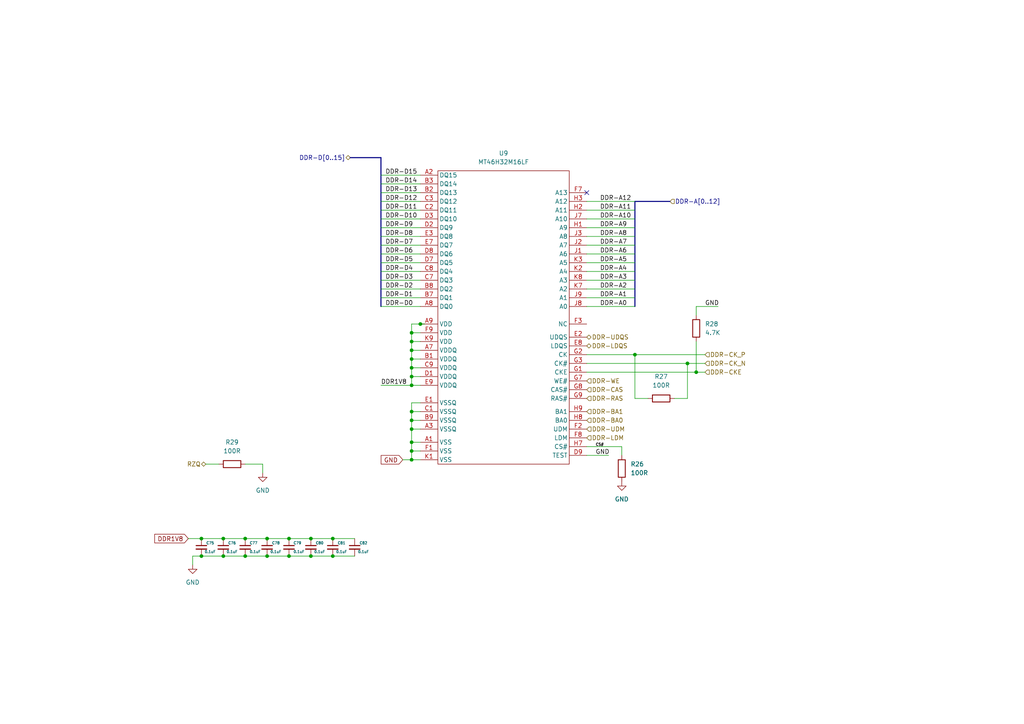
<source format=kicad_sch>
(kicad_sch (version 20230121) (generator eeschema)
  (paper "A4")
  (lib_symbols
    (symbol "saturn:C_Small" (pin_numbers hide) (pin_names (offset 0.254) hide)
      (property "Reference" "C6" (at 2.54 1.2638 0))
      (property "Value" "C_Small" (at 2.54 -1.2762 0))
      (symbol "C_Small_0_1"
        (polyline (pts (xy -1.524 -0.508) (xy 1.524 -0.508)) (stroke (width 0.3302)))
        (polyline (pts (xy -1.524 0.508) (xy 1.524 0.508)) (stroke (width 0.3048)))
      )
      (symbol "C_Small_1_1"
        (pin passive line (at 0 2.54 270) (length 2.032) (name "~") (number "1"))
        (pin passive line (at 0 -2.54 90) (length 2.032) (name "~") (number "2"))
      )
    )
    (symbol "saturn:GND" (power) (pin_names (offset 0))
      (property "Value" "GND" (at 0 -3.81 0))
      (symbol "GND_0_1"
        (polyline (pts (xy 0 0) (xy 0 -1.27) (xy 1.27 -1.27) (xy 0 -2.54) (xy -1.27 -1.27) (xy 0 -1.27)))
      )
      (symbol "GND_1_1"
        (pin power_in line (at 0 0 270) (length 0) hide (name "GND") (number "1"))
      )
    )
    (symbol "saturn:MT46H32M16LF"
      (property "Reference" "U" (at 0 0 0))
      (property "Value" "MT46H32M16LF" (at 0 -64.77 0))
      (symbol "MT46H32M16LF_0_1"
        (rectangle (start -19.05 24.13) (end 19.05 -60.96))
      )
      (symbol "MT46H32M16LF_1_1"
        (pin passive line (at -24.13 -54.61 0) (length 5) (name "VSS") (number "A1"))
        (pin bidirectional line (at -24.13 22.86 0) (length 5) (name "DQ15") (number "A2"))
        (pin passive line (at -24.13 -50.8 0) (length 5) (name "VSSQ") (number "A3"))
        (pin passive line (at -24.13 -27.94 0) (length 5) (name "VDDQ") (number "A7"))
        (pin bidirectional line (at -24.13 -15.24 0) (length 5) (name "DQ0") (number "A8"))
        (pin passive line (at -24.13 -20.32 0) (length 5) (name "VDD") (number "A9"))
        (pin passive line (at -24.13 -30.48 0) (length 5) (name "VDDQ") (number "B1"))
        (pin bidirectional line (at -24.13 17.78 0) (length 5) (name "DQ13") (number "B2"))
        (pin bidirectional line (at -24.13 20.32 0) (length 5) (name "DQ14") (number "B3"))
        (pin bidirectional line (at -24.13 -12.7 0) (length 5) (name "DQ1") (number "B7"))
        (pin bidirectional line (at -24.13 -10.16 0) (length 5) (name "DQ2") (number "B8"))
        (pin passive line (at -24.13 -48.26 0) (length 5) (name "VSSQ") (number "B9"))
        (pin passive line (at -24.13 -45.72 0) (length 5) (name "VSSQ") (number "C1"))
        (pin bidirectional line (at -24.13 12.7 0) (length 5) (name "DQ11") (number "C2"))
        (pin bidirectional line (at -24.13 15.24 0) (length 5) (name "DQ12") (number "C3"))
        (pin bidirectional line (at -24.13 -7.62 0) (length 5) (name "DQ3") (number "C7"))
        (pin bidirectional line (at -24.13 -5.08 0) (length 5) (name "DQ4") (number "C8"))
        (pin passive line (at -24.13 -33.02 0) (length 5) (name "VDDQ") (number "C9"))
        (pin passive line (at -24.13 -35.56 0) (length 5) (name "VDDQ") (number "D1"))
        (pin bidirectional line (at -24.13 7.62 0) (length 5) (name "DQ9") (number "D2"))
        (pin bidirectional line (at -24.13 10.16 0) (length 5) (name "DQ10") (number "D3"))
        (pin bidirectional line (at -24.13 -2.54 0) (length 5) (name "DQ5") (number "D7"))
        (pin bidirectional line (at -24.13 0 0) (length 5) (name "DQ6") (number "D8"))
        (pin passive line (at 24.13 -58.42 180) (length 5) (name "TEST") (number "D9"))
        (pin passive line (at -24.13 -43.18 0) (length 5) (name "VSSQ") (number "E1"))
        (pin bidirectional line (at 24.13 -24.13 180) (length 5) (name "UDQS") (number "E2"))
        (pin bidirectional line (at -24.13 5.08 0) (length 5) (name "DQ8") (number "E3"))
        (pin bidirectional line (at -24.13 2.54 0) (length 5) (name "DQ7") (number "E7"))
        (pin bidirectional line (at 24.13 -26.67 180) (length 5) (name "LDQS") (number "E8"))
        (pin passive line (at -24.13 -38.1 0) (length 5) (name "VDDQ") (number "E9"))
        (pin passive line (at -24.13 -57.15 0) (length 5) (name "VSS") (number "F1"))
        (pin input line (at 24.13 -50.8 180) (length 5) (name "UDM") (number "F2"))
        (pin free line (at 24.13 -20.32 180) (length 5) (name "NC") (number "F3"))
        (pin passive line (at 24.13 17.78 180) (length 5) (name "A13") (number "F7"))
        (pin input line (at 24.13 -53.34 180) (length 5) (name "LDM") (number "F8"))
        (pin passive line (at -24.13 -22.86 0) (length 5) (name "VDD") (number "F9"))
        (pin input line (at 24.13 -34.29 180) (length 5) (name "CKE") (number "G1"))
        (pin input line (at 24.13 -29.21 180) (length 5) (name "CK") (number "G2"))
        (pin input line (at 24.13 -31.75 180) (length 5) (name "CK#") (number "G3"))
        (pin input line (at 24.13 -36.83 180) (length 5) (name "WE#") (number "G7"))
        (pin input line (at 24.13 -39.37 180) (length 5) (name "CAS#") (number "G8"))
        (pin input line (at 24.13 -41.91 180) (length 5) (name "RAS#") (number "G9"))
        (pin input line (at 24.13 7.62 180) (length 5) (name "A9") (number "H1"))
        (pin input line (at 24.13 12.7 180) (length 5) (name "A11") (number "H2"))
        (pin input line (at 24.13 15.24 180) (length 5) (name "A12") (number "H3"))
        (pin passive line (at 24.13 -55.88 180) (length 5) (name "CS#") (number "H7"))
        (pin input line (at 24.13 -48.26 180) (length 5) (name "BA0") (number "H8"))
        (pin input line (at 24.13 -45.72 180) (length 5) (name "BA1") (number "H9"))
        (pin input line (at 24.13 0 180) (length 5) (name "A6") (number "J1"))
        (pin input line (at 24.13 2.54 180) (length 5) (name "A7") (number "J2"))
        (pin input line (at 24.13 5.08 180) (length 5) (name "A8") (number "J3"))
        (pin input line (at 24.13 10.16 180) (length 5) (name "A10") (number "J7"))
        (pin input line (at 24.13 -15.24 180) (length 5) (name "A0") (number "J8"))
        (pin input line (at 24.13 -12.7 180) (length 5) (name "A1") (number "J9"))
        (pin passive line (at -24.13 -59.69 0) (length 5) (name "VSS") (number "K1"))
        (pin input line (at 24.13 -5.08 180) (length 5) (name "A4") (number "K2"))
        (pin input line (at 24.13 -2.54 180) (length 5) (name "A5") (number "K3"))
        (pin input line (at 24.13 -10.16 180) (length 5) (name "A2") (number "K7"))
        (pin input line (at 24.13 -7.62 180) (length 5) (name "A3") (number "K8"))
        (pin passive line (at -24.13 -25.4 0) (length 5) (name "VDD") (number "K9"))
      )
    )
    (symbol "saturn:R" (pin_numbers hide) (pin_names (offset 0))
      (property "Reference" "R" (at 2.032 0 90))
      (property "Value" "R" (at 0 0 90))
      (symbol "R_0_1"
        (rectangle (start -1.016 -2.54) (end 1.016 2.54) (stroke (width 0.254)))
      )
      (symbol "R_1_1"
        (pin passive line (at 0 3.81 270) (length 1.27) (name "~") (number "1"))
        (pin passive line (at 0 -3.81 90) (length 1.27) (name "~") (number "2"))
      )
    )
  )
  (junction (at 119.38 104.14))
  (junction (at 58.42 156.21))
  (junction (at 121.92 93.98))
  (junction (at 119.38 128.27))
  (junction (at 83.82 161.29))
  (junction (at 119.38 106.68))
  (junction (at 96.52 161.29))
  (junction (at 64.77 161.29))
  (junction (at 90.17 156.21))
  (junction (at 119.38 124.46))
  (junction (at 119.38 111.76))
  (junction (at 119.38 119.38))
  (junction (at 199.39 105.41))
  (junction (at 119.38 109.22))
  (junction (at 119.38 101.6))
  (junction (at 90.17 161.29))
  (junction (at 71.12 156.21))
  (junction (at 184.15 102.87))
  (junction (at 96.52 156.21))
  (junction (at 58.42 161.29))
  (junction (at 64.77 156.21))
  (junction (at 119.38 121.92))
  (junction (at 201.93 107.95))
  (junction (at 119.38 133.35))
  (junction (at 71.12 161.29))
  (junction (at 77.47 161.29))
  (junction (at 77.47 156.21))
  (junction (at 83.82 156.21))
  (junction (at 119.38 96.52))
  (junction (at 119.38 130.81))
  (junction (at 119.38 99.06))
  (no_connect (at 170.18 55.88))
  (wire (pts (xy 76.2 134.62) (xy 76.2 137.16)))
  (wire (pts (xy 110.49 58.42) (xy 121.92 58.42)))
  (wire (pts (xy 119.38 111.76) (xy 121.92 111.76)))
  (wire (pts (xy 96.52 161.29) (xy 102.87 161.29)))
  (wire (pts (xy 119.38 130.81) (xy 121.92 130.81)))
  (wire (pts (xy 119.38 101.6) (xy 121.92 101.6)))
  (wire (pts (xy 180.34 132.08) (xy 180.34 129.54)))
  (wire (pts (xy 119.38 104.14) (xy 119.38 106.68)))
  (wire (pts (xy 119.38 109.22) (xy 119.38 111.76)))
  (wire (pts (xy 187.96 115.57) (xy 184.15 115.57)))
  (wire (pts (xy 121.92 93.98) (xy 119.38 93.98)))
  (bus (pts (xy 184.15 58.42) (xy 194.31 58.42)))
  (bus (pts (xy 184.15 88.9) (xy 184.15 58.42)))
  (wire (pts (xy 110.49 50.8) (xy 121.92 50.8)))
  (wire (pts (xy 121.92 116.84) (xy 119.38 116.84)))
  (wire (pts (xy 77.47 156.21) (xy 83.82 156.21)))
  (wire (pts (xy 170.18 60.96) (xy 184.15 60.96)))
  (wire (pts (xy 119.38 119.38) (xy 119.38 121.92)))
  (wire (pts (xy 119.38 99.06) (xy 119.38 101.6)))
  (wire (pts (xy 58.42 161.29) (xy 64.77 161.29)))
  (wire (pts (xy 170.18 107.95) (xy 201.93 107.95)))
  (wire (pts (xy 170.18 58.42) (xy 184.15 58.42)))
  (wire (pts (xy 170.18 86.36) (xy 184.15 86.36)))
  (wire (pts (xy 180.34 129.54) (xy 170.18 129.54)))
  (wire (pts (xy 59.69 134.62) (xy 63.5 134.62)))
  (wire (pts (xy 170.18 76.2) (xy 184.15 76.2)))
  (wire (pts (xy 170.18 63.5) (xy 184.15 63.5)))
  (wire (pts (xy 119.38 109.22) (xy 121.92 109.22)))
  (wire (pts (xy 110.49 86.36) (xy 121.92 86.36)))
  (wire (pts (xy 170.18 102.87) (xy 184.15 102.87)))
  (wire (pts (xy 170.18 88.9) (xy 184.15 88.9)))
  (wire (pts (xy 123.19 93.98) (xy 121.92 93.98)))
  (wire (pts (xy 201.93 99.06) (xy 201.93 107.95)))
  (wire (pts (xy 170.18 71.12) (xy 184.15 71.12)))
  (wire (pts (xy 170.18 73.66) (xy 184.15 73.66)))
  (wire (pts (xy 55.88 161.29) (xy 55.88 163.83)))
  (wire (pts (xy 110.49 53.34) (xy 121.92 53.34)))
  (wire (pts (xy 119.38 96.52) (xy 119.38 99.06)))
  (wire (pts (xy 110.49 71.12) (xy 121.92 71.12)))
  (wire (pts (xy 170.18 68.58) (xy 184.15 68.58)))
  (wire (pts (xy 71.12 161.29) (xy 77.47 161.29)))
  (wire (pts (xy 170.18 66.04) (xy 184.15 66.04)))
  (wire (pts (xy 119.38 121.92) (xy 119.38 124.46)))
  (wire (pts (xy 110.49 83.82) (xy 121.92 83.82)))
  (wire (pts (xy 199.39 105.41) (xy 204.47 105.41)))
  (wire (pts (xy 71.12 134.62) (xy 76.2 134.62)))
  (wire (pts (xy 77.47 161.29) (xy 83.82 161.29)))
  (wire (pts (xy 170.18 132.08) (xy 176.53 132.08)))
  (bus (pts (xy 110.49 45.72) (xy 110.49 88.9)))
  (wire (pts (xy 170.18 81.28) (xy 184.15 81.28)))
  (wire (pts (xy 199.39 115.57) (xy 199.39 105.41)))
  (wire (pts (xy 119.38 96.52) (xy 121.92 96.52)))
  (wire (pts (xy 90.17 156.21) (xy 96.52 156.21)))
  (wire (pts (xy 201.93 88.9) (xy 208.28 88.9)))
  (wire (pts (xy 110.49 111.76) (xy 119.38 111.76)))
  (wire (pts (xy 170.18 105.41) (xy 199.39 105.41)))
  (wire (pts (xy 184.15 102.87) (xy 204.47 102.87)))
  (wire (pts (xy 195.58 115.57) (xy 199.39 115.57)))
  (wire (pts (xy 184.15 115.57) (xy 184.15 102.87)))
  (wire (pts (xy 110.49 55.88) (xy 121.92 55.88)))
  (wire (pts (xy 119.38 133.35) (xy 121.92 133.35)))
  (wire (pts (xy 119.38 119.38) (xy 121.92 119.38)))
  (wire (pts (xy 119.38 124.46) (xy 119.38 128.27)))
  (wire (pts (xy 110.49 78.74) (xy 121.92 78.74)))
  (wire (pts (xy 170.18 83.82) (xy 184.15 83.82)))
  (wire (pts (xy 83.82 156.21) (xy 90.17 156.21)))
  (wire (pts (xy 110.49 88.9) (xy 121.92 88.9)))
  (wire (pts (xy 119.38 128.27) (xy 121.92 128.27)))
  (wire (pts (xy 83.82 161.29) (xy 90.17 161.29)))
  (wire (pts (xy 119.38 121.92) (xy 121.92 121.92)))
  (bus (pts (xy 101.6 45.72) (xy 110.49 45.72)))
  (wire (pts (xy 71.12 156.21) (xy 77.47 156.21)))
  (wire (pts (xy 119.38 104.14) (xy 121.92 104.14)))
  (wire (pts (xy 170.18 78.74) (xy 184.15 78.74)))
  (wire (pts (xy 119.38 99.06) (xy 121.92 99.06)))
  (wire (pts (xy 64.77 161.29) (xy 71.12 161.29)))
  (wire (pts (xy 110.49 63.5) (xy 121.92 63.5)))
  (wire (pts (xy 110.49 81.28) (xy 121.92 81.28)))
  (wire (pts (xy 96.52 156.21) (xy 102.87 156.21)))
  (wire (pts (xy 119.38 124.46) (xy 121.92 124.46)))
  (wire (pts (xy 58.42 161.29) (xy 55.88 161.29)))
  (wire (pts (xy 201.93 91.44) (xy 201.93 88.9)))
  (wire (pts (xy 119.38 130.81) (xy 119.38 133.35)))
  (wire (pts (xy 119.38 101.6) (xy 119.38 104.14)))
  (wire (pts (xy 90.17 161.29) (xy 96.52 161.29)))
  (wire (pts (xy 110.49 68.58) (xy 121.92 68.58)))
  (wire (pts (xy 116.84 133.35) (xy 119.38 133.35)))
  (wire (pts (xy 119.38 116.84) (xy 119.38 119.38)))
  (wire (pts (xy 119.38 93.98) (xy 119.38 96.52)))
  (wire (pts (xy 119.38 106.68) (xy 119.38 109.22)))
  (wire (pts (xy 201.93 107.95) (xy 204.47 107.95)))
  (wire (pts (xy 119.38 128.27) (xy 119.38 130.81)))
  (wire (pts (xy 110.49 66.04) (xy 121.92 66.04)))
  (wire (pts (xy 54.61 156.21) (xy 58.42 156.21)))
  (wire (pts (xy 119.38 106.68) (xy 121.92 106.68)))
  (wire (pts (xy 58.42 156.21) (xy 64.77 156.21)))
  (wire (pts (xy 64.77 156.21) (xy 71.12 156.21)))
  (wire (pts (xy 110.49 73.66) (xy 121.92 73.66)))
  (wire (pts (xy 110.49 76.2) (xy 121.92 76.2)))
  (wire (pts (xy 110.49 60.96) (xy 121.92 60.96)))
  (label "DDR-D1" (at 111.76 86.36 0))
  (label "DDR-A1" (at 173.99 86.36 0))
  (label "DDR-A0" (at 173.99 88.9 0))
  (label "DDR-A10" (at 173.99 63.5 0))
  (label "DDR-A6" (at 173.99 73.66 0))
  (label "GND" (at 204.47 88.9 0))
  (label "DDR-A11" (at 173.99 60.96 0))
  (label "DDR-A4" (at 173.99 78.74 0))
  (label "DDR-D5" (at 111.76 76.2 0))
  (label "DDR-A7" (at 173.99 71.12 0))
  (label "DDR-A12" (at 173.99 58.42 0))
  (label "DDR-D9" (at 111.76 66.04 0))
  (label "DDR-D3" (at 111.76 81.28 0))
  (label "CS#" (at 172.72 129.54 0) (effects (font (size 0.762 0.762))))
  (label "DDR-A9" (at 173.99 66.04 0))
  (label "DDR-A8" (at 173.99 68.58 0))
  (label "DDR-D13" (at 111.76 55.88 0))
  (label "DDR1V8" (at 110.49 111.76 0))
  (label "DDR-D4" (at 111.76 78.74 0))
  (label "DDR-A3" (at 173.99 81.28 0))
  (label "DDR-D12" (at 111.76 58.42 0))
  (label "DDR-D10" (at 111.76 63.5 0))
  (label "GND" (at 172.72 132.08 0))
  (label "DDR-D2" (at 111.76 83.82 0))
  (label "DDR-D8" (at 111.76 68.58 0))
  (label "DDR-D11" (at 111.76 60.96 0))
  (label "DDR-D0" (at 111.76 88.9 0))
  (label "DDR-D15" (at 111.76 50.8 0))
  (label "DDR-D14" (at 111.76 53.34 0))
  (label "DDR-D6" (at 111.76 73.66 0))
  (label "DDR-A5" (at 173.99 76.2 0))
  (label "DDR-A2" (at 173.99 83.82 0))
  (label "DDR-D7" (at 111.76 71.12 0))
  (global_label "DDR1V8" (shape input) (at 54.61 156.21 180) (property "Intersheetrefs" "${INTERSHEET_REFS}" (effects hide)))
  (global_label "GND" (shape input) (at 116.84 133.35 180) (property "Intersheetrefs" "${INTERSHEET_REFS}" (effects hide)))
  (hierarchical_label "DDR-CK_N" (shape input) (at 204.47 105.41 0))
  (hierarchical_label "DDR-BA1" (shape input) (at 170.18 119.38 0))
  (hierarchical_label "DDR-LDQS" (shape bidirectional) (at 170.18 100.33 0))
  (hierarchical_label "DDR-WE" (shape input) (at 170.18 110.49 0))
  (hierarchical_label "RZQ" (shape bidirectional) (at 59.69 134.62 180))
  (hierarchical_label "DDR-CKE" (shape input) (at 204.47 107.95 0))
  (hierarchical_label "DDR-UDQS" (shape bidirectional) (at 170.18 97.79 0))
  (hierarchical_label "DDR-CK_P" (shape input) (at 204.47 102.87 0))
  (hierarchical_label "DDR-A[0..12]" (shape input) (at 194.31 58.42 0))
  (hierarchical_label "DDR-LDM" (shape input) (at 170.18 127 0))
  (hierarchical_label "DDR-D[0..15]" (shape bidirectional) (at 101.6 45.72 180))
  (hierarchical_label "DDR-CAS" (shape input) (at 170.18 113.03 0))
  (hierarchical_label "DDR-BA0" (shape input) (at 170.18 121.92 0))
  (hierarchical_label "DDR-RAS" (shape input) (at 170.18 115.57 0))
  (hierarchical_label "DDR-UDM" (shape input) (at 170.18 124.46 0))
  (symbol (lib_id "saturn:MT46H32M16LF") (at 146.05 73.66 0) (unit 1)
    (property "Reference" "U9" (at 146.05 44.45 0))
    (property "Value" "MT46H32M16LF" (at 146.05 46.99 0))
    (property "Footprint" "saturn:MT46H32M16LF" (effects hide))
    (property "Datasheet" "https://mm.digikey.com/Volume0/opasdata/d220001/medias/docus/402/MT46H32M16LF%2CMT46H16M32LF%28LG%29.pdf" (effects hide))
    (property "Description" "IC DRAM 512MBIT PAR 60VFBGA" (effects hide))
    (property "Manufacturer#" "MT46H32M16LFBF-5 IT:C" (effects hide))
    (property "Supplier" "DigiKey" (effects hide))
    (property "Manufacturer" "Micron Technology Inc." (effects hide))
  )
  (symbol (lib_id "saturn:R") (at 201.93 95.25 0) (unit 1)
    (property "Reference" "R28" (at 204.47 93.9799 0) (effects (justify left)))
    (property "Value" "4.7K" (at 204.47 96.5199 0) (effects (justify left)))
    (property "Footprint" "saturn:R_0201_0603Metric" (effects hide))
    (property "Datasheet" "https://industrial.panasonic.com/cdbs/www-data/pdf/RDA0000/AOA0000C304.pdf" (effects hide))
    (property "Description" "RES SMD 4.7K OHM 1% 1/20W 0201" (effects hide))
    (property "Manufacturer#" "ERJ-1GNF4701C" (effects hide))
    (property "Supplier" "DigiKey" (effects hide))
    (property "Manufacturer" "Panasonic Electronic Componenets" (effects hide))
  )
  (symbol (lib_id "saturn:C_Small") (at 96.52 158.75 0) (unit 1)
    (property "Reference" "C81" (at 99.06 157.4862 0) (effects (font (size 0.75 0.75))))
    (property "Value" "0.1uF" (at 99.06 160.0262 0) (effects (font (size 0.75 0.75))))
    (property "Footprint" "saturn:C_0201_0603Metric" (effects hide))
    (property "Datasheet" "https://search.murata.co.jp/Ceramy/image/img/A01X/G101/ENG/GRM033R61A104KE15-01A.pdf" (effects hide))
    (property "Description" "CAP CER 0.1UF 10V X5R 0201" (effects hide))
    (property "Manufacturer#" "GRM033R61A104KE15D " (effects hide))
    (property "Supplier" "DigiKey" (effects hide))
    (property "Manufacturer" "Murata Electronics" (effects hide))
  )
  (symbol (lib_id "saturn:R") (at 180.34 135.89 0) (unit 1)
    (property "Reference" "R26" (at 182.88 134.6199 0) (effects (justify left)))
    (property "Value" "100R" (at 182.88 137.1599 0) (effects (justify left)))
    (property "Footprint" "saturn:R_0201_0603Metric" (effects hide))
    (property "Datasheet" "https://industrial.panasonic.com/cdbs/www-data/pdf/RDA0000/AOA0000C304.pdf" (effects hide))
    (property "Description" "RES SMD 100 OHM 1% 1/20W 0201" (effects hide))
    (property "Manufacturer#" "ERJ-1GNF1000C" (effects hide))
    (property "Supplier" "DigiKey" (effects hide))
    (property "Manufacturer" "Panasonic Electronic Componenets" (effects hide))
  )
  (symbol (lib_id "saturn:GND") (at 180.34 139.7 0) (unit 1)
    (property "Reference" "#PWR0121" (effects hide))
    (property "Value" "GND" (at 180.34 144.78 0))
  )
  (symbol (lib_id "saturn:GND") (at 76.2 137.16 0) (unit 1)
    (property "Reference" "#PWR0122" (effects hide))
    (property "Value" "GND" (at 76.2 142.24 0))
  )
  (symbol (lib_id "saturn:C_Small") (at 102.87 158.75 0) (unit 1)
    (property "Reference" "C82" (at 105.41 157.4862 0) (effects (font (size 0.75 0.75))))
    (property "Value" "0.1uF" (at 105.41 160.0262 0) (effects (font (size 0.75 0.75))))
    (property "Footprint" "saturn:C_0201_0603Metric" (effects hide))
    (property "Datasheet" "https://search.murata.co.jp/Ceramy/image/img/A01X/G101/ENG/GRM033R61A104KE15-01A.pdf" (effects hide))
    (property "Description" "CAP CER 0.1UF 10V X5R 0201" (effects hide))
    (property "Manufacturer#" "GRM033R61A104KE15D " (effects hide))
    (property "Supplier" "DigiKey" (effects hide))
    (property "Manufacturer" "Murata Electronics" (effects hide))
  )
  (symbol (lib_id "saturn:GND") (at 55.88 163.83 0) (unit 1)
    (property "Reference" "#PWR0123" (effects hide))
    (property "Value" "GND" (at 55.88 168.91 0))
  )
  (symbol (lib_id "saturn:C_Small") (at 77.47 158.75 0) (unit 1)
    (property "Reference" "C78" (at 80.01 157.4862 0) (effects (font (size 0.75 0.75))))
    (property "Value" "0.1uF" (at 80.01 160.0262 0) (effects (font (size 0.75 0.75))))
    (property "Footprint" "saturn:C_0201_0603Metric" (effects hide))
    (property "Datasheet" "https://search.murata.co.jp/Ceramy/image/img/A01X/G101/ENG/GRM033R61A104KE15-01A.pdf" (effects hide))
    (property "Description" "CAP CER 0.1UF 10V X5R 0201" (effects hide))
    (property "Manufacturer#" "GRM033R61A104KE15D " (effects hide))
    (property "Supplier" "DigiKey" (effects hide))
    (property "Manufacturer" "Murata Electronics" (effects hide))
  )
  (symbol (lib_id "saturn:C_Small") (at 83.82 158.75 0) (unit 1)
    (property "Reference" "C79" (at 85.09 157.48 0) (effects (font (size 0.75 0.75)) (justify left)))
    (property "Value" "0.1uF" (at 85.09 160.02 0) (effects (font (size 0.75 0.75)) (justify left)))
    (property "Footprint" "saturn:C_0201_0603Metric" (effects hide))
    (property "Datasheet" "https://search.murata.co.jp/Ceramy/image/img/A01X/G101/ENG/GRM033R61A104KE15-01A.pdf" (effects hide))
    (property "Description" "CAP CER 0.1UF 10V X5R 0201" (effects hide))
    (property "Manufacturer#" "GRM033R61A104KE15D " (effects hide))
    (property "Supplier" "DigiKey" (effects hide))
    (property "Manufacturer" "Murata Electronics" (effects hide))
  )
  (symbol (lib_id "saturn:R") (at 191.77 115.57 90) (unit 1)
    (property "Reference" "R27" (at 191.77 109.22 90))
    (property "Value" "100R" (at 191.77 111.76 90))
    (property "Footprint" "saturn:R_0201_0603Metric" (effects hide))
    (property "Datasheet" "https://industrial.panasonic.com/cdbs/www-data/pdf/RDA0000/AOA0000C304.pdf" (effects hide))
    (property "Description" "RES SMD 100 OHM 1% 1/20W 0201" (effects hide))
    (property "Manufacturer#" "ERJ-1GNF1000C" (effects hide))
    (property "Supplier" "DigiKey" (effects hide))
    (property "Manufacturer" "Panasonic Electronic Componenets" (effects hide))
  )
  (symbol (lib_id "saturn:C_Small") (at 64.77 158.75 0) (unit 1)
    (property "Reference" "C76" (at 67.31 157.4862 0) (effects (font (size 0.75 0.75))))
    (property "Value" "0.1uF" (at 67.31 160.0262 0) (effects (font (size 0.75 0.75))))
    (property "Footprint" "saturn:C_0201_0603Metric" (effects hide))
    (property "Datasheet" "https://search.murata.co.jp/Ceramy/image/img/A01X/G101/ENG/GRM033R61A104KE15-01A.pdf" (effects hide))
    (property "Description" "CAP CER 0.1UF 10V X5R 0201" (effects hide))
    (property "Manufacturer#" "GRM033R61A104KE15D " (effects hide))
    (property "Supplier" "DigiKey" (effects hide))
    (property "Manufacturer" "Murata Electronics" (effects hide))
  )
  (symbol (lib_id "saturn:R") (at 67.31 134.62 90) (unit 1)
    (property "Reference" "R29" (at 67.31 128.27 90))
    (property "Value" "100R" (at 67.31 130.81 90))
    (property "Footprint" "saturn:R_0603_1608Metric" (effects hide))
    (property "Datasheet" "https://www.seielect.com/catalog/sei-rmcf_rmcp.pdf" (effects hide))
    (property "Description" "RES SMD 100 OHM 1% 1/10W 0603" (effects hide))
    (property "Manufacturer#" "RMCF0603FT100R" (effects hide))
    (property "Supplier" "DigiKey" (effects hide))
    (property "Manufacturer" "Stackpole Electronics Inc" (effects hide))
  )
  (symbol (lib_id "saturn:C_Small") (at 71.12 158.75 0) (unit 1)
    (property "Reference" "C77" (at 72.39 157.48 0) (effects (font (size 0.75 0.75)) (justify left)))
    (property "Value" "0.1uF" (at 72.39 160.02 0) (effects (font (size 0.75 0.75)) (justify left)))
    (property "Footprint" "saturn:C_0201_0603Metric" (effects hide))
    (property "Datasheet" "https://search.murata.co.jp/Ceramy/image/img/A01X/G101/ENG/GRM033R61A104KE15-01A.pdf" (effects hide))
    (property "Description" "CAP CER 0.1UF 10V X5R 0201" (effects hide))
    (property "Manufacturer#" "GRM033R61A104KE15D " (effects hide))
    (property "Supplier" "DigiKey" (effects hide))
    (property "Manufacturer" "Murata Electronics" (effects hide))
  )
  (symbol (lib_id "saturn:C_Small") (at 90.17 158.75 0) (unit 1)
    (property "Reference" "C80" (at 92.71 157.4862 0) (effects (font (size 0.75 0.75))))
    (property "Value" "0.1uF" (at 92.71 160.0262 0) (effects (font (size 0.75 0.75))))
    (property "Footprint" "saturn:C_0201_0603Metric" (effects hide))
    (property "Datasheet" "https://search.murata.co.jp/Ceramy/image/img/A01X/G101/ENG/GRM033R61A104KE15-01A.pdf" (effects hide))
    (property "Description" "CAP CER 0.1UF 10V X5R 0201" (effects hide))
    (property "Manufacturer#" "GRM033R61A104KE15D " (effects hide))
    (property "Supplier" "DigiKey" (effects hide))
    (property "Manufacturer" "Murata Electronics" (effects hide))
  )
  (symbol (lib_id "saturn:C_Small") (at 58.42 158.75 0) (unit 1)
    (property "Reference" "C75" (at 60.96 157.4862 0) (effects (font (size 0.75 0.75))))
    (property "Value" "0.1uF" (at 60.96 160.0262 0) (effects (font (size 0.75 0.75))))
    (property "Footprint" "saturn:C_0201_0603Metric" (effects hide))
    (property "Datasheet" "https://search.murata.co.jp/Ceramy/image/img/A01X/G101/ENG/GRM033R61A104KE15-01A.pdf" (effects hide))
    (property "Description" "CAP CER 0.1UF 10V X5R 0201" (effects hide))
    (property "Manufacturer#" "GRM033R61A104KE15D " (effects hide))
    (property "Supplier" "DigiKey" (effects hide))
    (property "Manufacturer" "Murata Electronics" (effects hide))
  )
)
</source>
